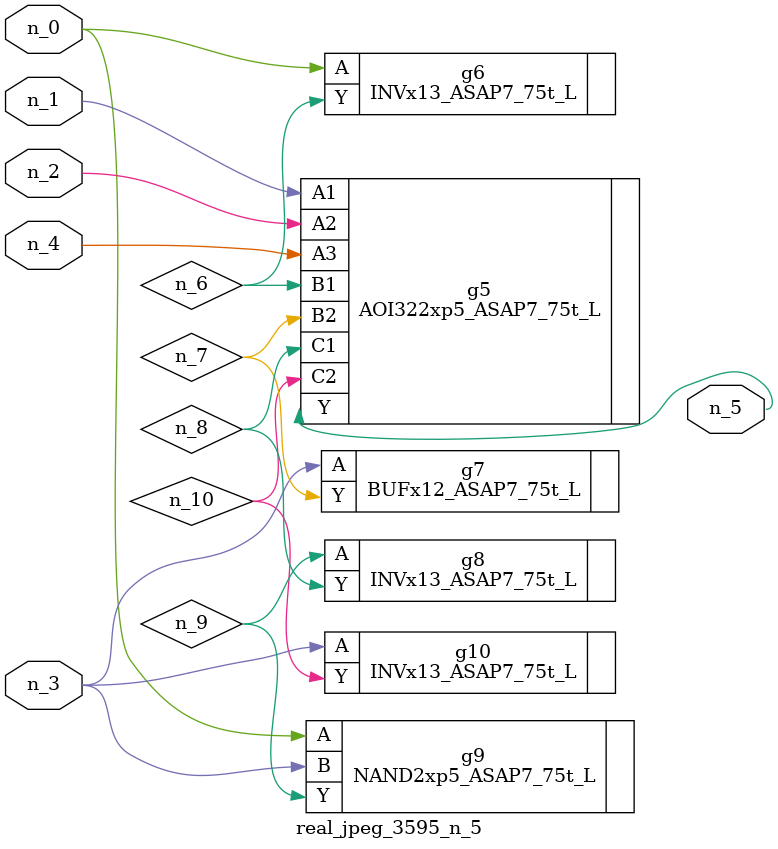
<source format=v>
module real_jpeg_3595_n_5 (n_4, n_0, n_1, n_2, n_3, n_5);

input n_4;
input n_0;
input n_1;
input n_2;
input n_3;

output n_5;

wire n_8;
wire n_6;
wire n_7;
wire n_10;
wire n_9;

INVx13_ASAP7_75t_L g6 ( 
.A(n_0),
.Y(n_6)
);

NAND2xp5_ASAP7_75t_L g9 ( 
.A(n_0),
.B(n_3),
.Y(n_9)
);

AOI322xp5_ASAP7_75t_L g5 ( 
.A1(n_1),
.A2(n_2),
.A3(n_4),
.B1(n_6),
.B2(n_7),
.C1(n_8),
.C2(n_10),
.Y(n_5)
);

BUFx12_ASAP7_75t_L g7 ( 
.A(n_3),
.Y(n_7)
);

INVx13_ASAP7_75t_L g10 ( 
.A(n_3),
.Y(n_10)
);

INVx13_ASAP7_75t_L g8 ( 
.A(n_9),
.Y(n_8)
);


endmodule
</source>
